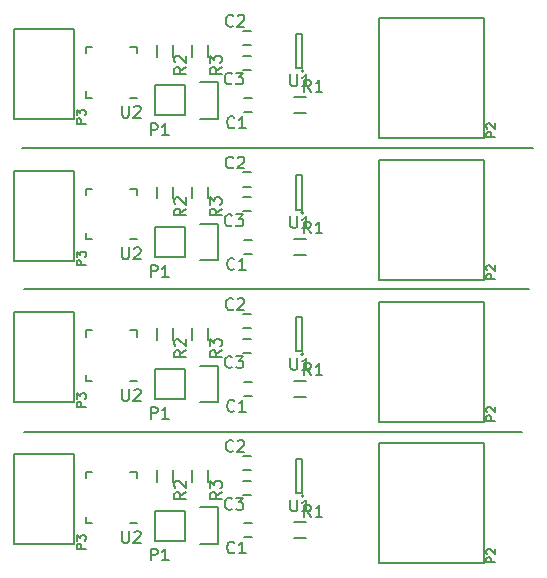
<source format=gto>
G04 #@! TF.FileFunction,Legend,Top*
%FSLAX46Y46*%
G04 Gerber Fmt 4.6, Leading zero omitted, Abs format (unit mm)*
G04 Created by KiCad (PCBNEW 4.0.2-stable) date 11.06.2016 10:01:23*
%MOMM*%
G01*
G04 APERTURE LIST*
%ADD10C,0.200000*%
%ADD11C,0.150000*%
%ADD12C,0.127000*%
G04 APERTURE END LIST*
D10*
X103485000Y-101285000D02*
X145685000Y-101285000D01*
X146285000Y-89185000D02*
X139685000Y-89185000D01*
X103485000Y-89185000D02*
X146285000Y-89185000D01*
X103385000Y-77185000D02*
X146585000Y-77185000D01*
D11*
X122135000Y-108985000D02*
X122835000Y-108985000D01*
X122835000Y-110185000D02*
X122135000Y-110185000D01*
X122735000Y-104485000D02*
X122035000Y-104485000D01*
X122035000Y-103285000D02*
X122735000Y-103285000D01*
X122735000Y-106585000D02*
X122035000Y-106585000D01*
X122035000Y-105385000D02*
X122735000Y-105385000D01*
X117115000Y-110455000D02*
X114575000Y-110455000D01*
X119935000Y-110735000D02*
X118385000Y-110735000D01*
X117115000Y-110455000D02*
X117115000Y-107915000D01*
X118385000Y-107635000D02*
X119935000Y-107635000D01*
X119935000Y-107635000D02*
X119935000Y-110735000D01*
X117115000Y-107915000D02*
X114575000Y-107915000D01*
X114575000Y-107915000D02*
X114575000Y-110455000D01*
X142450000Y-102220000D02*
X142450000Y-112380000D01*
X142450000Y-112380000D02*
X133560000Y-112380000D01*
X133560000Y-112380000D02*
X133560000Y-102220000D01*
X133560000Y-102220000D02*
X142450000Y-102220000D01*
X126385000Y-108910000D02*
X127385000Y-108910000D01*
X127385000Y-110260000D02*
X126385000Y-110260000D01*
X116160000Y-104485000D02*
X116160000Y-105485000D01*
X114810000Y-105485000D02*
X114810000Y-104485000D01*
X119060000Y-104485000D02*
X119060000Y-105485000D01*
X117710000Y-105485000D02*
X117710000Y-104485000D01*
X127185000Y-106685000D02*
G75*
G03X127185000Y-106685000I-100000J0D01*
G01*
X126535000Y-106435000D02*
X127035000Y-106435000D01*
X126535000Y-103535000D02*
X126535000Y-106435000D01*
X127035000Y-103535000D02*
X126535000Y-103535000D01*
X127035000Y-106435000D02*
X127035000Y-103535000D01*
X108750000Y-108950000D02*
X108750000Y-108425000D01*
X113050000Y-104650000D02*
X113050000Y-105175000D01*
X108750000Y-104650000D02*
X108750000Y-105175000D01*
X113050000Y-108950000D02*
X112525000Y-108950000D01*
X113050000Y-104650000D02*
X112525000Y-104650000D01*
X108750000Y-104650000D02*
X109275000Y-104650000D01*
X108750000Y-108950000D02*
X109275000Y-108950000D01*
X107740000Y-103120000D02*
X102660000Y-103120000D01*
X102660000Y-103120000D02*
X102660000Y-110740000D01*
X102660000Y-110740000D02*
X107740000Y-110740000D01*
X107740000Y-110740000D02*
X107740000Y-103120000D01*
X122135000Y-96985000D02*
X122835000Y-96985000D01*
X122835000Y-98185000D02*
X122135000Y-98185000D01*
X122735000Y-92485000D02*
X122035000Y-92485000D01*
X122035000Y-91285000D02*
X122735000Y-91285000D01*
X122735000Y-94585000D02*
X122035000Y-94585000D01*
X122035000Y-93385000D02*
X122735000Y-93385000D01*
X117115000Y-98455000D02*
X114575000Y-98455000D01*
X119935000Y-98735000D02*
X118385000Y-98735000D01*
X117115000Y-98455000D02*
X117115000Y-95915000D01*
X118385000Y-95635000D02*
X119935000Y-95635000D01*
X119935000Y-95635000D02*
X119935000Y-98735000D01*
X117115000Y-95915000D02*
X114575000Y-95915000D01*
X114575000Y-95915000D02*
X114575000Y-98455000D01*
X142450000Y-90220000D02*
X142450000Y-100380000D01*
X142450000Y-100380000D02*
X133560000Y-100380000D01*
X133560000Y-100380000D02*
X133560000Y-90220000D01*
X133560000Y-90220000D02*
X142450000Y-90220000D01*
X126385000Y-96910000D02*
X127385000Y-96910000D01*
X127385000Y-98260000D02*
X126385000Y-98260000D01*
X116160000Y-92485000D02*
X116160000Y-93485000D01*
X114810000Y-93485000D02*
X114810000Y-92485000D01*
X119060000Y-92485000D02*
X119060000Y-93485000D01*
X117710000Y-93485000D02*
X117710000Y-92485000D01*
X127185000Y-94685000D02*
G75*
G03X127185000Y-94685000I-100000J0D01*
G01*
X126535000Y-94435000D02*
X127035000Y-94435000D01*
X126535000Y-91535000D02*
X126535000Y-94435000D01*
X127035000Y-91535000D02*
X126535000Y-91535000D01*
X127035000Y-94435000D02*
X127035000Y-91535000D01*
X108750000Y-96950000D02*
X108750000Y-96425000D01*
X113050000Y-92650000D02*
X113050000Y-93175000D01*
X108750000Y-92650000D02*
X108750000Y-93175000D01*
X113050000Y-96950000D02*
X112525000Y-96950000D01*
X113050000Y-92650000D02*
X112525000Y-92650000D01*
X108750000Y-92650000D02*
X109275000Y-92650000D01*
X108750000Y-96950000D02*
X109275000Y-96950000D01*
X107740000Y-91120000D02*
X102660000Y-91120000D01*
X102660000Y-91120000D02*
X102660000Y-98740000D01*
X102660000Y-98740000D02*
X107740000Y-98740000D01*
X107740000Y-98740000D02*
X107740000Y-91120000D01*
X122135000Y-84985000D02*
X122835000Y-84985000D01*
X122835000Y-86185000D02*
X122135000Y-86185000D01*
X122735000Y-80485000D02*
X122035000Y-80485000D01*
X122035000Y-79285000D02*
X122735000Y-79285000D01*
X122735000Y-82585000D02*
X122035000Y-82585000D01*
X122035000Y-81385000D02*
X122735000Y-81385000D01*
X117115000Y-86455000D02*
X114575000Y-86455000D01*
X119935000Y-86735000D02*
X118385000Y-86735000D01*
X117115000Y-86455000D02*
X117115000Y-83915000D01*
X118385000Y-83635000D02*
X119935000Y-83635000D01*
X119935000Y-83635000D02*
X119935000Y-86735000D01*
X117115000Y-83915000D02*
X114575000Y-83915000D01*
X114575000Y-83915000D02*
X114575000Y-86455000D01*
X142450000Y-78220000D02*
X142450000Y-88380000D01*
X142450000Y-88380000D02*
X133560000Y-88380000D01*
X133560000Y-88380000D02*
X133560000Y-78220000D01*
X133560000Y-78220000D02*
X142450000Y-78220000D01*
X126385000Y-84910000D02*
X127385000Y-84910000D01*
X127385000Y-86260000D02*
X126385000Y-86260000D01*
X116160000Y-80485000D02*
X116160000Y-81485000D01*
X114810000Y-81485000D02*
X114810000Y-80485000D01*
X119060000Y-80485000D02*
X119060000Y-81485000D01*
X117710000Y-81485000D02*
X117710000Y-80485000D01*
X127185000Y-82685000D02*
G75*
G03X127185000Y-82685000I-100000J0D01*
G01*
X126535000Y-82435000D02*
X127035000Y-82435000D01*
X126535000Y-79535000D02*
X126535000Y-82435000D01*
X127035000Y-79535000D02*
X126535000Y-79535000D01*
X127035000Y-82435000D02*
X127035000Y-79535000D01*
X108750000Y-84950000D02*
X108750000Y-84425000D01*
X113050000Y-80650000D02*
X113050000Y-81175000D01*
X108750000Y-80650000D02*
X108750000Y-81175000D01*
X113050000Y-84950000D02*
X112525000Y-84950000D01*
X113050000Y-80650000D02*
X112525000Y-80650000D01*
X108750000Y-80650000D02*
X109275000Y-80650000D01*
X108750000Y-84950000D02*
X109275000Y-84950000D01*
X107740000Y-79120000D02*
X102660000Y-79120000D01*
X102660000Y-79120000D02*
X102660000Y-86740000D01*
X102660000Y-86740000D02*
X107740000Y-86740000D01*
X107740000Y-86740000D02*
X107740000Y-79120000D01*
X122135000Y-72985000D02*
X122835000Y-72985000D01*
X122835000Y-74185000D02*
X122135000Y-74185000D01*
X122735000Y-68485000D02*
X122035000Y-68485000D01*
X122035000Y-67285000D02*
X122735000Y-67285000D01*
X122735000Y-70585000D02*
X122035000Y-70585000D01*
X122035000Y-69385000D02*
X122735000Y-69385000D01*
X117115000Y-74455000D02*
X114575000Y-74455000D01*
X119935000Y-74735000D02*
X118385000Y-74735000D01*
X117115000Y-74455000D02*
X117115000Y-71915000D01*
X118385000Y-71635000D02*
X119935000Y-71635000D01*
X119935000Y-71635000D02*
X119935000Y-74735000D01*
X117115000Y-71915000D02*
X114575000Y-71915000D01*
X114575000Y-71915000D02*
X114575000Y-74455000D01*
X142450000Y-66220000D02*
X142450000Y-76380000D01*
X142450000Y-76380000D02*
X133560000Y-76380000D01*
X133560000Y-76380000D02*
X133560000Y-66220000D01*
X133560000Y-66220000D02*
X142450000Y-66220000D01*
X126385000Y-72910000D02*
X127385000Y-72910000D01*
X127385000Y-74260000D02*
X126385000Y-74260000D01*
X116160000Y-68485000D02*
X116160000Y-69485000D01*
X114810000Y-69485000D02*
X114810000Y-68485000D01*
X119060000Y-68485000D02*
X119060000Y-69485000D01*
X117710000Y-69485000D02*
X117710000Y-68485000D01*
X127185000Y-70685000D02*
G75*
G03X127185000Y-70685000I-100000J0D01*
G01*
X126535000Y-70435000D02*
X127035000Y-70435000D01*
X126535000Y-67535000D02*
X126535000Y-70435000D01*
X127035000Y-67535000D02*
X126535000Y-67535000D01*
X127035000Y-70435000D02*
X127035000Y-67535000D01*
X108750000Y-72950000D02*
X108750000Y-72425000D01*
X113050000Y-68650000D02*
X113050000Y-69175000D01*
X108750000Y-68650000D02*
X108750000Y-69175000D01*
X113050000Y-72950000D02*
X112525000Y-72950000D01*
X113050000Y-68650000D02*
X112525000Y-68650000D01*
X108750000Y-68650000D02*
X109275000Y-68650000D01*
X108750000Y-72950000D02*
X109275000Y-72950000D01*
X107740000Y-67120000D02*
X102660000Y-67120000D01*
X102660000Y-67120000D02*
X102660000Y-74740000D01*
X102660000Y-74740000D02*
X107740000Y-74740000D01*
X107740000Y-74740000D02*
X107740000Y-67120000D01*
X121318334Y-111442143D02*
X121270715Y-111489762D01*
X121127858Y-111537381D01*
X121032620Y-111537381D01*
X120889762Y-111489762D01*
X120794524Y-111394524D01*
X120746905Y-111299286D01*
X120699286Y-111108810D01*
X120699286Y-110965952D01*
X120746905Y-110775476D01*
X120794524Y-110680238D01*
X120889762Y-110585000D01*
X121032620Y-110537381D01*
X121127858Y-110537381D01*
X121270715Y-110585000D01*
X121318334Y-110632619D01*
X122270715Y-111537381D02*
X121699286Y-111537381D01*
X121985000Y-111537381D02*
X121985000Y-110537381D01*
X121889762Y-110680238D01*
X121794524Y-110775476D01*
X121699286Y-110823095D01*
X121218334Y-102842143D02*
X121170715Y-102889762D01*
X121027858Y-102937381D01*
X120932620Y-102937381D01*
X120789762Y-102889762D01*
X120694524Y-102794524D01*
X120646905Y-102699286D01*
X120599286Y-102508810D01*
X120599286Y-102365952D01*
X120646905Y-102175476D01*
X120694524Y-102080238D01*
X120789762Y-101985000D01*
X120932620Y-101937381D01*
X121027858Y-101937381D01*
X121170715Y-101985000D01*
X121218334Y-102032619D01*
X121599286Y-102032619D02*
X121646905Y-101985000D01*
X121742143Y-101937381D01*
X121980239Y-101937381D01*
X122075477Y-101985000D01*
X122123096Y-102032619D01*
X122170715Y-102127857D01*
X122170715Y-102223095D01*
X122123096Y-102365952D01*
X121551667Y-102937381D01*
X122170715Y-102937381D01*
X121118334Y-107742143D02*
X121070715Y-107789762D01*
X120927858Y-107837381D01*
X120832620Y-107837381D01*
X120689762Y-107789762D01*
X120594524Y-107694524D01*
X120546905Y-107599286D01*
X120499286Y-107408810D01*
X120499286Y-107265952D01*
X120546905Y-107075476D01*
X120594524Y-106980238D01*
X120689762Y-106885000D01*
X120832620Y-106837381D01*
X120927858Y-106837381D01*
X121070715Y-106885000D01*
X121118334Y-106932619D01*
X121451667Y-106837381D02*
X122070715Y-106837381D01*
X121737381Y-107218333D01*
X121880239Y-107218333D01*
X121975477Y-107265952D01*
X122023096Y-107313571D01*
X122070715Y-107408810D01*
X122070715Y-107646905D01*
X122023096Y-107742143D01*
X121975477Y-107789762D01*
X121880239Y-107837381D01*
X121594524Y-107837381D01*
X121499286Y-107789762D01*
X121451667Y-107742143D01*
X114246905Y-112137381D02*
X114246905Y-111137381D01*
X114627858Y-111137381D01*
X114723096Y-111185000D01*
X114770715Y-111232619D01*
X114818334Y-111327857D01*
X114818334Y-111470714D01*
X114770715Y-111565952D01*
X114723096Y-111613571D01*
X114627858Y-111661190D01*
X114246905Y-111661190D01*
X115770715Y-112137381D02*
X115199286Y-112137381D01*
X115485000Y-112137381D02*
X115485000Y-111137381D01*
X115389762Y-111280238D01*
X115294524Y-111375476D01*
X115199286Y-111423095D01*
D12*
X143429714Y-112297428D02*
X142667714Y-112297428D01*
X142667714Y-112007143D01*
X142704000Y-111934571D01*
X142740286Y-111898286D01*
X142812857Y-111862000D01*
X142921714Y-111862000D01*
X142994286Y-111898286D01*
X143030571Y-111934571D01*
X143066857Y-112007143D01*
X143066857Y-112297428D01*
X142740286Y-111571714D02*
X142704000Y-111535428D01*
X142667714Y-111462857D01*
X142667714Y-111281428D01*
X142704000Y-111208857D01*
X142740286Y-111172571D01*
X142812857Y-111136286D01*
X142885429Y-111136286D01*
X142994286Y-111172571D01*
X143429714Y-111608000D01*
X143429714Y-111136286D01*
D11*
X127818334Y-108437381D02*
X127485000Y-107961190D01*
X127246905Y-108437381D02*
X127246905Y-107437381D01*
X127627858Y-107437381D01*
X127723096Y-107485000D01*
X127770715Y-107532619D01*
X127818334Y-107627857D01*
X127818334Y-107770714D01*
X127770715Y-107865952D01*
X127723096Y-107913571D01*
X127627858Y-107961190D01*
X127246905Y-107961190D01*
X128770715Y-108437381D02*
X128199286Y-108437381D01*
X128485000Y-108437381D02*
X128485000Y-107437381D01*
X128389762Y-107580238D01*
X128294524Y-107675476D01*
X128199286Y-107723095D01*
X117237381Y-106351666D02*
X116761190Y-106685000D01*
X117237381Y-106923095D02*
X116237381Y-106923095D01*
X116237381Y-106542142D01*
X116285000Y-106446904D01*
X116332619Y-106399285D01*
X116427857Y-106351666D01*
X116570714Y-106351666D01*
X116665952Y-106399285D01*
X116713571Y-106446904D01*
X116761190Y-106542142D01*
X116761190Y-106923095D01*
X116332619Y-105970714D02*
X116285000Y-105923095D01*
X116237381Y-105827857D01*
X116237381Y-105589761D01*
X116285000Y-105494523D01*
X116332619Y-105446904D01*
X116427857Y-105399285D01*
X116523095Y-105399285D01*
X116665952Y-105446904D01*
X117237381Y-106018333D01*
X117237381Y-105399285D01*
X120237381Y-106351666D02*
X119761190Y-106685000D01*
X120237381Y-106923095D02*
X119237381Y-106923095D01*
X119237381Y-106542142D01*
X119285000Y-106446904D01*
X119332619Y-106399285D01*
X119427857Y-106351666D01*
X119570714Y-106351666D01*
X119665952Y-106399285D01*
X119713571Y-106446904D01*
X119761190Y-106542142D01*
X119761190Y-106923095D01*
X119237381Y-106018333D02*
X119237381Y-105399285D01*
X119618333Y-105732619D01*
X119618333Y-105589761D01*
X119665952Y-105494523D01*
X119713571Y-105446904D01*
X119808810Y-105399285D01*
X120046905Y-105399285D01*
X120142143Y-105446904D01*
X120189762Y-105494523D01*
X120237381Y-105589761D01*
X120237381Y-105875476D01*
X120189762Y-105970714D01*
X120142143Y-106018333D01*
X126073095Y-106987381D02*
X126073095Y-107796905D01*
X126120714Y-107892143D01*
X126168333Y-107939762D01*
X126263571Y-107987381D01*
X126454048Y-107987381D01*
X126549286Y-107939762D01*
X126596905Y-107892143D01*
X126644524Y-107796905D01*
X126644524Y-106987381D01*
X127644524Y-107987381D02*
X127073095Y-107987381D01*
X127358809Y-107987381D02*
X127358809Y-106987381D01*
X127263571Y-107130238D01*
X127168333Y-107225476D01*
X127073095Y-107273095D01*
X111823095Y-109637381D02*
X111823095Y-110446905D01*
X111870714Y-110542143D01*
X111918333Y-110589762D01*
X112013571Y-110637381D01*
X112204048Y-110637381D01*
X112299286Y-110589762D01*
X112346905Y-110542143D01*
X112394524Y-110446905D01*
X112394524Y-109637381D01*
X112823095Y-109732619D02*
X112870714Y-109685000D01*
X112965952Y-109637381D01*
X113204048Y-109637381D01*
X113299286Y-109685000D01*
X113346905Y-109732619D01*
X113394524Y-109827857D01*
X113394524Y-109923095D01*
X113346905Y-110065952D01*
X112775476Y-110637381D01*
X113394524Y-110637381D01*
D12*
X108729714Y-111147428D02*
X107967714Y-111147428D01*
X107967714Y-110857143D01*
X108004000Y-110784571D01*
X108040286Y-110748286D01*
X108112857Y-110712000D01*
X108221714Y-110712000D01*
X108294286Y-110748286D01*
X108330571Y-110784571D01*
X108366857Y-110857143D01*
X108366857Y-111147428D01*
X107967714Y-110458000D02*
X107967714Y-109986286D01*
X108258000Y-110240286D01*
X108258000Y-110131428D01*
X108294286Y-110058857D01*
X108330571Y-110022571D01*
X108403143Y-109986286D01*
X108584571Y-109986286D01*
X108657143Y-110022571D01*
X108693429Y-110058857D01*
X108729714Y-110131428D01*
X108729714Y-110349143D01*
X108693429Y-110421714D01*
X108657143Y-110458000D01*
D11*
X121318334Y-99442143D02*
X121270715Y-99489762D01*
X121127858Y-99537381D01*
X121032620Y-99537381D01*
X120889762Y-99489762D01*
X120794524Y-99394524D01*
X120746905Y-99299286D01*
X120699286Y-99108810D01*
X120699286Y-98965952D01*
X120746905Y-98775476D01*
X120794524Y-98680238D01*
X120889762Y-98585000D01*
X121032620Y-98537381D01*
X121127858Y-98537381D01*
X121270715Y-98585000D01*
X121318334Y-98632619D01*
X122270715Y-99537381D02*
X121699286Y-99537381D01*
X121985000Y-99537381D02*
X121985000Y-98537381D01*
X121889762Y-98680238D01*
X121794524Y-98775476D01*
X121699286Y-98823095D01*
X121218334Y-90842143D02*
X121170715Y-90889762D01*
X121027858Y-90937381D01*
X120932620Y-90937381D01*
X120789762Y-90889762D01*
X120694524Y-90794524D01*
X120646905Y-90699286D01*
X120599286Y-90508810D01*
X120599286Y-90365952D01*
X120646905Y-90175476D01*
X120694524Y-90080238D01*
X120789762Y-89985000D01*
X120932620Y-89937381D01*
X121027858Y-89937381D01*
X121170715Y-89985000D01*
X121218334Y-90032619D01*
X121599286Y-90032619D02*
X121646905Y-89985000D01*
X121742143Y-89937381D01*
X121980239Y-89937381D01*
X122075477Y-89985000D01*
X122123096Y-90032619D01*
X122170715Y-90127857D01*
X122170715Y-90223095D01*
X122123096Y-90365952D01*
X121551667Y-90937381D01*
X122170715Y-90937381D01*
X121118334Y-95742143D02*
X121070715Y-95789762D01*
X120927858Y-95837381D01*
X120832620Y-95837381D01*
X120689762Y-95789762D01*
X120594524Y-95694524D01*
X120546905Y-95599286D01*
X120499286Y-95408810D01*
X120499286Y-95265952D01*
X120546905Y-95075476D01*
X120594524Y-94980238D01*
X120689762Y-94885000D01*
X120832620Y-94837381D01*
X120927858Y-94837381D01*
X121070715Y-94885000D01*
X121118334Y-94932619D01*
X121451667Y-94837381D02*
X122070715Y-94837381D01*
X121737381Y-95218333D01*
X121880239Y-95218333D01*
X121975477Y-95265952D01*
X122023096Y-95313571D01*
X122070715Y-95408810D01*
X122070715Y-95646905D01*
X122023096Y-95742143D01*
X121975477Y-95789762D01*
X121880239Y-95837381D01*
X121594524Y-95837381D01*
X121499286Y-95789762D01*
X121451667Y-95742143D01*
X114246905Y-100137381D02*
X114246905Y-99137381D01*
X114627858Y-99137381D01*
X114723096Y-99185000D01*
X114770715Y-99232619D01*
X114818334Y-99327857D01*
X114818334Y-99470714D01*
X114770715Y-99565952D01*
X114723096Y-99613571D01*
X114627858Y-99661190D01*
X114246905Y-99661190D01*
X115770715Y-100137381D02*
X115199286Y-100137381D01*
X115485000Y-100137381D02*
X115485000Y-99137381D01*
X115389762Y-99280238D01*
X115294524Y-99375476D01*
X115199286Y-99423095D01*
D12*
X143429714Y-100297428D02*
X142667714Y-100297428D01*
X142667714Y-100007143D01*
X142704000Y-99934571D01*
X142740286Y-99898286D01*
X142812857Y-99862000D01*
X142921714Y-99862000D01*
X142994286Y-99898286D01*
X143030571Y-99934571D01*
X143066857Y-100007143D01*
X143066857Y-100297428D01*
X142740286Y-99571714D02*
X142704000Y-99535428D01*
X142667714Y-99462857D01*
X142667714Y-99281428D01*
X142704000Y-99208857D01*
X142740286Y-99172571D01*
X142812857Y-99136286D01*
X142885429Y-99136286D01*
X142994286Y-99172571D01*
X143429714Y-99608000D01*
X143429714Y-99136286D01*
D11*
X127818334Y-96437381D02*
X127485000Y-95961190D01*
X127246905Y-96437381D02*
X127246905Y-95437381D01*
X127627858Y-95437381D01*
X127723096Y-95485000D01*
X127770715Y-95532619D01*
X127818334Y-95627857D01*
X127818334Y-95770714D01*
X127770715Y-95865952D01*
X127723096Y-95913571D01*
X127627858Y-95961190D01*
X127246905Y-95961190D01*
X128770715Y-96437381D02*
X128199286Y-96437381D01*
X128485000Y-96437381D02*
X128485000Y-95437381D01*
X128389762Y-95580238D01*
X128294524Y-95675476D01*
X128199286Y-95723095D01*
X117237381Y-94351666D02*
X116761190Y-94685000D01*
X117237381Y-94923095D02*
X116237381Y-94923095D01*
X116237381Y-94542142D01*
X116285000Y-94446904D01*
X116332619Y-94399285D01*
X116427857Y-94351666D01*
X116570714Y-94351666D01*
X116665952Y-94399285D01*
X116713571Y-94446904D01*
X116761190Y-94542142D01*
X116761190Y-94923095D01*
X116332619Y-93970714D02*
X116285000Y-93923095D01*
X116237381Y-93827857D01*
X116237381Y-93589761D01*
X116285000Y-93494523D01*
X116332619Y-93446904D01*
X116427857Y-93399285D01*
X116523095Y-93399285D01*
X116665952Y-93446904D01*
X117237381Y-94018333D01*
X117237381Y-93399285D01*
X120237381Y-94351666D02*
X119761190Y-94685000D01*
X120237381Y-94923095D02*
X119237381Y-94923095D01*
X119237381Y-94542142D01*
X119285000Y-94446904D01*
X119332619Y-94399285D01*
X119427857Y-94351666D01*
X119570714Y-94351666D01*
X119665952Y-94399285D01*
X119713571Y-94446904D01*
X119761190Y-94542142D01*
X119761190Y-94923095D01*
X119237381Y-94018333D02*
X119237381Y-93399285D01*
X119618333Y-93732619D01*
X119618333Y-93589761D01*
X119665952Y-93494523D01*
X119713571Y-93446904D01*
X119808810Y-93399285D01*
X120046905Y-93399285D01*
X120142143Y-93446904D01*
X120189762Y-93494523D01*
X120237381Y-93589761D01*
X120237381Y-93875476D01*
X120189762Y-93970714D01*
X120142143Y-94018333D01*
X126073095Y-94987381D02*
X126073095Y-95796905D01*
X126120714Y-95892143D01*
X126168333Y-95939762D01*
X126263571Y-95987381D01*
X126454048Y-95987381D01*
X126549286Y-95939762D01*
X126596905Y-95892143D01*
X126644524Y-95796905D01*
X126644524Y-94987381D01*
X127644524Y-95987381D02*
X127073095Y-95987381D01*
X127358809Y-95987381D02*
X127358809Y-94987381D01*
X127263571Y-95130238D01*
X127168333Y-95225476D01*
X127073095Y-95273095D01*
X111823095Y-97637381D02*
X111823095Y-98446905D01*
X111870714Y-98542143D01*
X111918333Y-98589762D01*
X112013571Y-98637381D01*
X112204048Y-98637381D01*
X112299286Y-98589762D01*
X112346905Y-98542143D01*
X112394524Y-98446905D01*
X112394524Y-97637381D01*
X112823095Y-97732619D02*
X112870714Y-97685000D01*
X112965952Y-97637381D01*
X113204048Y-97637381D01*
X113299286Y-97685000D01*
X113346905Y-97732619D01*
X113394524Y-97827857D01*
X113394524Y-97923095D01*
X113346905Y-98065952D01*
X112775476Y-98637381D01*
X113394524Y-98637381D01*
D12*
X108729714Y-99147428D02*
X107967714Y-99147428D01*
X107967714Y-98857143D01*
X108004000Y-98784571D01*
X108040286Y-98748286D01*
X108112857Y-98712000D01*
X108221714Y-98712000D01*
X108294286Y-98748286D01*
X108330571Y-98784571D01*
X108366857Y-98857143D01*
X108366857Y-99147428D01*
X107967714Y-98458000D02*
X107967714Y-97986286D01*
X108258000Y-98240286D01*
X108258000Y-98131428D01*
X108294286Y-98058857D01*
X108330571Y-98022571D01*
X108403143Y-97986286D01*
X108584571Y-97986286D01*
X108657143Y-98022571D01*
X108693429Y-98058857D01*
X108729714Y-98131428D01*
X108729714Y-98349143D01*
X108693429Y-98421714D01*
X108657143Y-98458000D01*
D11*
X121318334Y-87442143D02*
X121270715Y-87489762D01*
X121127858Y-87537381D01*
X121032620Y-87537381D01*
X120889762Y-87489762D01*
X120794524Y-87394524D01*
X120746905Y-87299286D01*
X120699286Y-87108810D01*
X120699286Y-86965952D01*
X120746905Y-86775476D01*
X120794524Y-86680238D01*
X120889762Y-86585000D01*
X121032620Y-86537381D01*
X121127858Y-86537381D01*
X121270715Y-86585000D01*
X121318334Y-86632619D01*
X122270715Y-87537381D02*
X121699286Y-87537381D01*
X121985000Y-87537381D02*
X121985000Y-86537381D01*
X121889762Y-86680238D01*
X121794524Y-86775476D01*
X121699286Y-86823095D01*
X121218334Y-78842143D02*
X121170715Y-78889762D01*
X121027858Y-78937381D01*
X120932620Y-78937381D01*
X120789762Y-78889762D01*
X120694524Y-78794524D01*
X120646905Y-78699286D01*
X120599286Y-78508810D01*
X120599286Y-78365952D01*
X120646905Y-78175476D01*
X120694524Y-78080238D01*
X120789762Y-77985000D01*
X120932620Y-77937381D01*
X121027858Y-77937381D01*
X121170715Y-77985000D01*
X121218334Y-78032619D01*
X121599286Y-78032619D02*
X121646905Y-77985000D01*
X121742143Y-77937381D01*
X121980239Y-77937381D01*
X122075477Y-77985000D01*
X122123096Y-78032619D01*
X122170715Y-78127857D01*
X122170715Y-78223095D01*
X122123096Y-78365952D01*
X121551667Y-78937381D01*
X122170715Y-78937381D01*
X121118334Y-83742143D02*
X121070715Y-83789762D01*
X120927858Y-83837381D01*
X120832620Y-83837381D01*
X120689762Y-83789762D01*
X120594524Y-83694524D01*
X120546905Y-83599286D01*
X120499286Y-83408810D01*
X120499286Y-83265952D01*
X120546905Y-83075476D01*
X120594524Y-82980238D01*
X120689762Y-82885000D01*
X120832620Y-82837381D01*
X120927858Y-82837381D01*
X121070715Y-82885000D01*
X121118334Y-82932619D01*
X121451667Y-82837381D02*
X122070715Y-82837381D01*
X121737381Y-83218333D01*
X121880239Y-83218333D01*
X121975477Y-83265952D01*
X122023096Y-83313571D01*
X122070715Y-83408810D01*
X122070715Y-83646905D01*
X122023096Y-83742143D01*
X121975477Y-83789762D01*
X121880239Y-83837381D01*
X121594524Y-83837381D01*
X121499286Y-83789762D01*
X121451667Y-83742143D01*
X114246905Y-88137381D02*
X114246905Y-87137381D01*
X114627858Y-87137381D01*
X114723096Y-87185000D01*
X114770715Y-87232619D01*
X114818334Y-87327857D01*
X114818334Y-87470714D01*
X114770715Y-87565952D01*
X114723096Y-87613571D01*
X114627858Y-87661190D01*
X114246905Y-87661190D01*
X115770715Y-88137381D02*
X115199286Y-88137381D01*
X115485000Y-88137381D02*
X115485000Y-87137381D01*
X115389762Y-87280238D01*
X115294524Y-87375476D01*
X115199286Y-87423095D01*
D12*
X143429714Y-88297428D02*
X142667714Y-88297428D01*
X142667714Y-88007143D01*
X142704000Y-87934571D01*
X142740286Y-87898286D01*
X142812857Y-87862000D01*
X142921714Y-87862000D01*
X142994286Y-87898286D01*
X143030571Y-87934571D01*
X143066857Y-88007143D01*
X143066857Y-88297428D01*
X142740286Y-87571714D02*
X142704000Y-87535428D01*
X142667714Y-87462857D01*
X142667714Y-87281428D01*
X142704000Y-87208857D01*
X142740286Y-87172571D01*
X142812857Y-87136286D01*
X142885429Y-87136286D01*
X142994286Y-87172571D01*
X143429714Y-87608000D01*
X143429714Y-87136286D01*
D11*
X127818334Y-84437381D02*
X127485000Y-83961190D01*
X127246905Y-84437381D02*
X127246905Y-83437381D01*
X127627858Y-83437381D01*
X127723096Y-83485000D01*
X127770715Y-83532619D01*
X127818334Y-83627857D01*
X127818334Y-83770714D01*
X127770715Y-83865952D01*
X127723096Y-83913571D01*
X127627858Y-83961190D01*
X127246905Y-83961190D01*
X128770715Y-84437381D02*
X128199286Y-84437381D01*
X128485000Y-84437381D02*
X128485000Y-83437381D01*
X128389762Y-83580238D01*
X128294524Y-83675476D01*
X128199286Y-83723095D01*
X117237381Y-82351666D02*
X116761190Y-82685000D01*
X117237381Y-82923095D02*
X116237381Y-82923095D01*
X116237381Y-82542142D01*
X116285000Y-82446904D01*
X116332619Y-82399285D01*
X116427857Y-82351666D01*
X116570714Y-82351666D01*
X116665952Y-82399285D01*
X116713571Y-82446904D01*
X116761190Y-82542142D01*
X116761190Y-82923095D01*
X116332619Y-81970714D02*
X116285000Y-81923095D01*
X116237381Y-81827857D01*
X116237381Y-81589761D01*
X116285000Y-81494523D01*
X116332619Y-81446904D01*
X116427857Y-81399285D01*
X116523095Y-81399285D01*
X116665952Y-81446904D01*
X117237381Y-82018333D01*
X117237381Y-81399285D01*
X120237381Y-82351666D02*
X119761190Y-82685000D01*
X120237381Y-82923095D02*
X119237381Y-82923095D01*
X119237381Y-82542142D01*
X119285000Y-82446904D01*
X119332619Y-82399285D01*
X119427857Y-82351666D01*
X119570714Y-82351666D01*
X119665952Y-82399285D01*
X119713571Y-82446904D01*
X119761190Y-82542142D01*
X119761190Y-82923095D01*
X119237381Y-82018333D02*
X119237381Y-81399285D01*
X119618333Y-81732619D01*
X119618333Y-81589761D01*
X119665952Y-81494523D01*
X119713571Y-81446904D01*
X119808810Y-81399285D01*
X120046905Y-81399285D01*
X120142143Y-81446904D01*
X120189762Y-81494523D01*
X120237381Y-81589761D01*
X120237381Y-81875476D01*
X120189762Y-81970714D01*
X120142143Y-82018333D01*
X126073095Y-82987381D02*
X126073095Y-83796905D01*
X126120714Y-83892143D01*
X126168333Y-83939762D01*
X126263571Y-83987381D01*
X126454048Y-83987381D01*
X126549286Y-83939762D01*
X126596905Y-83892143D01*
X126644524Y-83796905D01*
X126644524Y-82987381D01*
X127644524Y-83987381D02*
X127073095Y-83987381D01*
X127358809Y-83987381D02*
X127358809Y-82987381D01*
X127263571Y-83130238D01*
X127168333Y-83225476D01*
X127073095Y-83273095D01*
X111823095Y-85637381D02*
X111823095Y-86446905D01*
X111870714Y-86542143D01*
X111918333Y-86589762D01*
X112013571Y-86637381D01*
X112204048Y-86637381D01*
X112299286Y-86589762D01*
X112346905Y-86542143D01*
X112394524Y-86446905D01*
X112394524Y-85637381D01*
X112823095Y-85732619D02*
X112870714Y-85685000D01*
X112965952Y-85637381D01*
X113204048Y-85637381D01*
X113299286Y-85685000D01*
X113346905Y-85732619D01*
X113394524Y-85827857D01*
X113394524Y-85923095D01*
X113346905Y-86065952D01*
X112775476Y-86637381D01*
X113394524Y-86637381D01*
D12*
X108729714Y-87147428D02*
X107967714Y-87147428D01*
X107967714Y-86857143D01*
X108004000Y-86784571D01*
X108040286Y-86748286D01*
X108112857Y-86712000D01*
X108221714Y-86712000D01*
X108294286Y-86748286D01*
X108330571Y-86784571D01*
X108366857Y-86857143D01*
X108366857Y-87147428D01*
X107967714Y-86458000D02*
X107967714Y-85986286D01*
X108258000Y-86240286D01*
X108258000Y-86131428D01*
X108294286Y-86058857D01*
X108330571Y-86022571D01*
X108403143Y-85986286D01*
X108584571Y-85986286D01*
X108657143Y-86022571D01*
X108693429Y-86058857D01*
X108729714Y-86131428D01*
X108729714Y-86349143D01*
X108693429Y-86421714D01*
X108657143Y-86458000D01*
D11*
X121318334Y-75442143D02*
X121270715Y-75489762D01*
X121127858Y-75537381D01*
X121032620Y-75537381D01*
X120889762Y-75489762D01*
X120794524Y-75394524D01*
X120746905Y-75299286D01*
X120699286Y-75108810D01*
X120699286Y-74965952D01*
X120746905Y-74775476D01*
X120794524Y-74680238D01*
X120889762Y-74585000D01*
X121032620Y-74537381D01*
X121127858Y-74537381D01*
X121270715Y-74585000D01*
X121318334Y-74632619D01*
X122270715Y-75537381D02*
X121699286Y-75537381D01*
X121985000Y-75537381D02*
X121985000Y-74537381D01*
X121889762Y-74680238D01*
X121794524Y-74775476D01*
X121699286Y-74823095D01*
X121218334Y-66842143D02*
X121170715Y-66889762D01*
X121027858Y-66937381D01*
X120932620Y-66937381D01*
X120789762Y-66889762D01*
X120694524Y-66794524D01*
X120646905Y-66699286D01*
X120599286Y-66508810D01*
X120599286Y-66365952D01*
X120646905Y-66175476D01*
X120694524Y-66080238D01*
X120789762Y-65985000D01*
X120932620Y-65937381D01*
X121027858Y-65937381D01*
X121170715Y-65985000D01*
X121218334Y-66032619D01*
X121599286Y-66032619D02*
X121646905Y-65985000D01*
X121742143Y-65937381D01*
X121980239Y-65937381D01*
X122075477Y-65985000D01*
X122123096Y-66032619D01*
X122170715Y-66127857D01*
X122170715Y-66223095D01*
X122123096Y-66365952D01*
X121551667Y-66937381D01*
X122170715Y-66937381D01*
X121118334Y-71742143D02*
X121070715Y-71789762D01*
X120927858Y-71837381D01*
X120832620Y-71837381D01*
X120689762Y-71789762D01*
X120594524Y-71694524D01*
X120546905Y-71599286D01*
X120499286Y-71408810D01*
X120499286Y-71265952D01*
X120546905Y-71075476D01*
X120594524Y-70980238D01*
X120689762Y-70885000D01*
X120832620Y-70837381D01*
X120927858Y-70837381D01*
X121070715Y-70885000D01*
X121118334Y-70932619D01*
X121451667Y-70837381D02*
X122070715Y-70837381D01*
X121737381Y-71218333D01*
X121880239Y-71218333D01*
X121975477Y-71265952D01*
X122023096Y-71313571D01*
X122070715Y-71408810D01*
X122070715Y-71646905D01*
X122023096Y-71742143D01*
X121975477Y-71789762D01*
X121880239Y-71837381D01*
X121594524Y-71837381D01*
X121499286Y-71789762D01*
X121451667Y-71742143D01*
X114246905Y-76137381D02*
X114246905Y-75137381D01*
X114627858Y-75137381D01*
X114723096Y-75185000D01*
X114770715Y-75232619D01*
X114818334Y-75327857D01*
X114818334Y-75470714D01*
X114770715Y-75565952D01*
X114723096Y-75613571D01*
X114627858Y-75661190D01*
X114246905Y-75661190D01*
X115770715Y-76137381D02*
X115199286Y-76137381D01*
X115485000Y-76137381D02*
X115485000Y-75137381D01*
X115389762Y-75280238D01*
X115294524Y-75375476D01*
X115199286Y-75423095D01*
D12*
X143429714Y-76297428D02*
X142667714Y-76297428D01*
X142667714Y-76007143D01*
X142704000Y-75934571D01*
X142740286Y-75898286D01*
X142812857Y-75862000D01*
X142921714Y-75862000D01*
X142994286Y-75898286D01*
X143030571Y-75934571D01*
X143066857Y-76007143D01*
X143066857Y-76297428D01*
X142740286Y-75571714D02*
X142704000Y-75535428D01*
X142667714Y-75462857D01*
X142667714Y-75281428D01*
X142704000Y-75208857D01*
X142740286Y-75172571D01*
X142812857Y-75136286D01*
X142885429Y-75136286D01*
X142994286Y-75172571D01*
X143429714Y-75608000D01*
X143429714Y-75136286D01*
D11*
X127818334Y-72437381D02*
X127485000Y-71961190D01*
X127246905Y-72437381D02*
X127246905Y-71437381D01*
X127627858Y-71437381D01*
X127723096Y-71485000D01*
X127770715Y-71532619D01*
X127818334Y-71627857D01*
X127818334Y-71770714D01*
X127770715Y-71865952D01*
X127723096Y-71913571D01*
X127627858Y-71961190D01*
X127246905Y-71961190D01*
X128770715Y-72437381D02*
X128199286Y-72437381D01*
X128485000Y-72437381D02*
X128485000Y-71437381D01*
X128389762Y-71580238D01*
X128294524Y-71675476D01*
X128199286Y-71723095D01*
X117237381Y-70351666D02*
X116761190Y-70685000D01*
X117237381Y-70923095D02*
X116237381Y-70923095D01*
X116237381Y-70542142D01*
X116285000Y-70446904D01*
X116332619Y-70399285D01*
X116427857Y-70351666D01*
X116570714Y-70351666D01*
X116665952Y-70399285D01*
X116713571Y-70446904D01*
X116761190Y-70542142D01*
X116761190Y-70923095D01*
X116332619Y-69970714D02*
X116285000Y-69923095D01*
X116237381Y-69827857D01*
X116237381Y-69589761D01*
X116285000Y-69494523D01*
X116332619Y-69446904D01*
X116427857Y-69399285D01*
X116523095Y-69399285D01*
X116665952Y-69446904D01*
X117237381Y-70018333D01*
X117237381Y-69399285D01*
X120237381Y-70351666D02*
X119761190Y-70685000D01*
X120237381Y-70923095D02*
X119237381Y-70923095D01*
X119237381Y-70542142D01*
X119285000Y-70446904D01*
X119332619Y-70399285D01*
X119427857Y-70351666D01*
X119570714Y-70351666D01*
X119665952Y-70399285D01*
X119713571Y-70446904D01*
X119761190Y-70542142D01*
X119761190Y-70923095D01*
X119237381Y-70018333D02*
X119237381Y-69399285D01*
X119618333Y-69732619D01*
X119618333Y-69589761D01*
X119665952Y-69494523D01*
X119713571Y-69446904D01*
X119808810Y-69399285D01*
X120046905Y-69399285D01*
X120142143Y-69446904D01*
X120189762Y-69494523D01*
X120237381Y-69589761D01*
X120237381Y-69875476D01*
X120189762Y-69970714D01*
X120142143Y-70018333D01*
X126073095Y-70987381D02*
X126073095Y-71796905D01*
X126120714Y-71892143D01*
X126168333Y-71939762D01*
X126263571Y-71987381D01*
X126454048Y-71987381D01*
X126549286Y-71939762D01*
X126596905Y-71892143D01*
X126644524Y-71796905D01*
X126644524Y-70987381D01*
X127644524Y-71987381D02*
X127073095Y-71987381D01*
X127358809Y-71987381D02*
X127358809Y-70987381D01*
X127263571Y-71130238D01*
X127168333Y-71225476D01*
X127073095Y-71273095D01*
X111823095Y-73637381D02*
X111823095Y-74446905D01*
X111870714Y-74542143D01*
X111918333Y-74589762D01*
X112013571Y-74637381D01*
X112204048Y-74637381D01*
X112299286Y-74589762D01*
X112346905Y-74542143D01*
X112394524Y-74446905D01*
X112394524Y-73637381D01*
X112823095Y-73732619D02*
X112870714Y-73685000D01*
X112965952Y-73637381D01*
X113204048Y-73637381D01*
X113299286Y-73685000D01*
X113346905Y-73732619D01*
X113394524Y-73827857D01*
X113394524Y-73923095D01*
X113346905Y-74065952D01*
X112775476Y-74637381D01*
X113394524Y-74637381D01*
D12*
X108729714Y-75147428D02*
X107967714Y-75147428D01*
X107967714Y-74857143D01*
X108004000Y-74784571D01*
X108040286Y-74748286D01*
X108112857Y-74712000D01*
X108221714Y-74712000D01*
X108294286Y-74748286D01*
X108330571Y-74784571D01*
X108366857Y-74857143D01*
X108366857Y-75147428D01*
X107967714Y-74458000D02*
X107967714Y-73986286D01*
X108258000Y-74240286D01*
X108258000Y-74131428D01*
X108294286Y-74058857D01*
X108330571Y-74022571D01*
X108403143Y-73986286D01*
X108584571Y-73986286D01*
X108657143Y-74022571D01*
X108693429Y-74058857D01*
X108729714Y-74131428D01*
X108729714Y-74349143D01*
X108693429Y-74421714D01*
X108657143Y-74458000D01*
M02*

</source>
